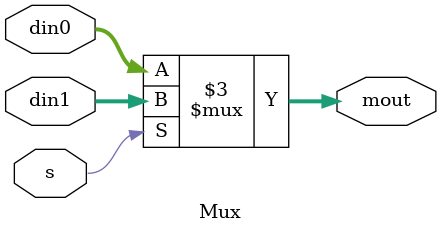
<source format=v>
`timescale 1ns / 1ps
module Mux(
   input s,
   input [3:0] din0, din1,
   output [3:0] mout
   );

   reg [3:0] mout;

   always @( s , din0 , din1)
      if (s)
         mout = din1;
      else
         mout = din0;
endmodule

</source>
